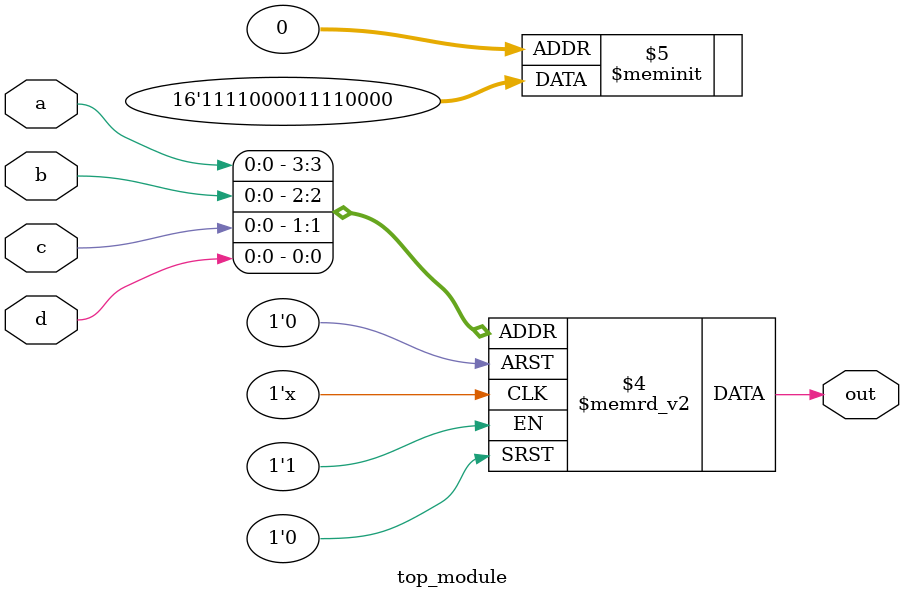
<source format=sv>
module top_module (
    input a,
    input b,
    input c,
    input d,
    output reg out
);

always @(*) begin
    case ({a, b, c, d})
        4'b0000: out = 1'b0;
        4'b0001: out = 1'b0;
        4'b0010: out = 1'b0;
        4'b0011: out = 1'b0;
        4'b0100: out = 1'b1;
        4'b0101: out = 1'b1;
        4'b0110: out = 1'b1;
        4'b0111: out = 1'b1;
        4'b1000: out = 1'b0;
        4'b1001: out = 1'b0;
        4'b1010: out = 1'b0;
        4'b1011: out = 1'b0;
        4'b1100: out = 1'b1;
        4'b1101: out = 1'b1;
        4'b1110: out = 1'b1;
        4'b1111: out = 1'b1;
    endcase
end

endmodule

</source>
